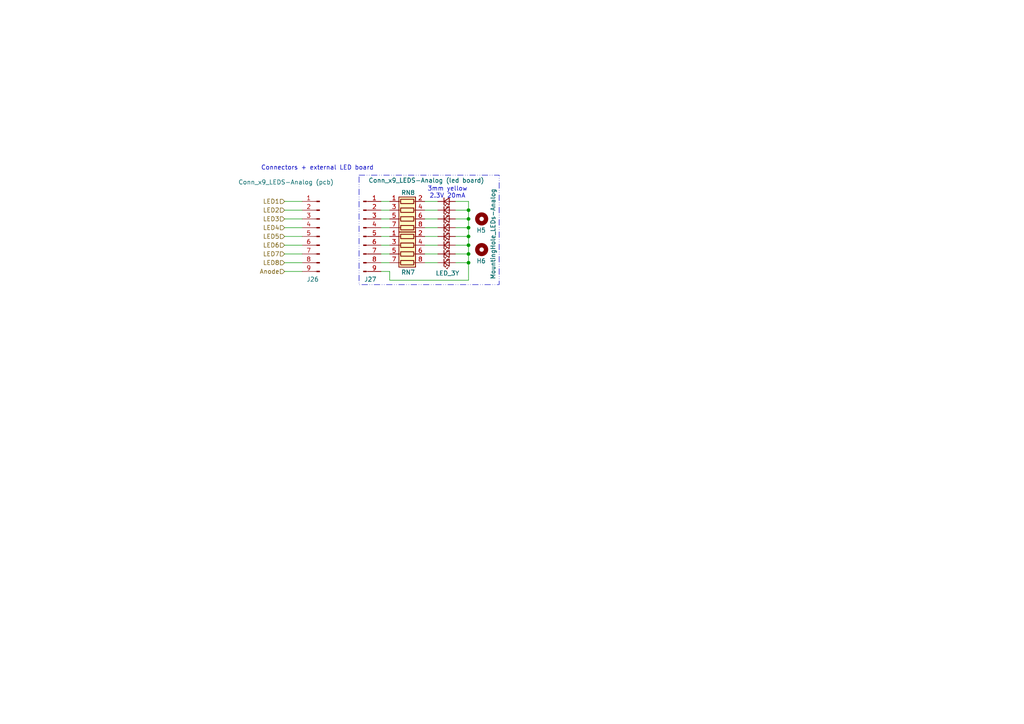
<source format=kicad_sch>
(kicad_sch (version 20231120) (generator "eeschema") (generator_version "8.0")
  (paper "A4")
  (lib_symbols
    (symbol "Connector:Conn_01x09_Pin" (pin_names (offset 1.016) hide)
      (property "Reference" "J" (at 0 12.7 0))
      (property "Value" "Conn_01x09_Pin" (at 0 -12.7 0))
      (symbol "Conn_01x09_Pin_1_1"
        (polyline (pts (xy 1.27 -10.16) (xy 0.8636 -10.16)) (stroke (width 0.1524)))
        (polyline (pts (xy 1.27 -7.62) (xy 0.8636 -7.62)) (stroke (width 0.1524)))
        (polyline (pts (xy 1.27 -5.08) (xy 0.8636 -5.08)) (stroke (width 0.1524)))
        (polyline (pts (xy 1.27 -2.54) (xy 0.8636 -2.54)) (stroke (width 0.1524)))
        (polyline (pts (xy 1.27 0) (xy 0.8636 0)) (stroke (width 0.1524)))
        (polyline (pts (xy 1.27 2.54) (xy 0.8636 2.54)) (stroke (width 0.1524)))
        (polyline (pts (xy 1.27 5.08) (xy 0.8636 5.08)) (stroke (width 0.1524)))
        (polyline (pts (xy 1.27 7.62) (xy 0.8636 7.62)) (stroke (width 0.1524)))
        (polyline (pts (xy 1.27 10.16) (xy 0.8636 10.16)) (stroke (width 0.1524)))
        (rectangle (start 0.8636 -10.033) (end 0 -10.287) (stroke (width 0.1524)) (fill (type outline)))
        (rectangle (start 0.8636 -7.493) (end 0 -7.747) (stroke (width 0.1524)) (fill (type outline)))
        (rectangle (start 0.8636 -4.953) (end 0 -5.207) (stroke (width 0.1524)) (fill (type outline)))
        (rectangle (start 0.8636 -2.413) (end 0 -2.667) (stroke (width 0.1524)) (fill (type outline)))
        (rectangle (start 0.8636 0.127) (end 0 -0.127) (stroke (width 0.1524)) (fill (type outline)))
        (rectangle (start 0.8636 2.667) (end 0 2.413) (stroke (width 0.1524)) (fill (type outline)))
        (rectangle (start 0.8636 5.207) (end 0 4.953) (stroke (width 0.1524)) (fill (type outline)))
        (rectangle (start 0.8636 7.747) (end 0 7.493) (stroke (width 0.1524)) (fill (type outline)))
        (rectangle (start 0.8636 10.287) (end 0 10.033) (stroke (width 0.1524)) (fill (type outline)))
        (pin passive line (at 5.08 10.16 180) (length 3.81) (name "Pin_1") (number "1"))
        (pin passive line (at 5.08 7.62 180) (length 3.81) (name "Pin_2") (number "2"))
        (pin passive line (at 5.08 5.08 180) (length 3.81) (name "Pin_3") (number "3"))
        (pin passive line (at 5.08 2.54 180) (length 3.81) (name "Pin_4") (number "4"))
        (pin passive line (at 5.08 0 180) (length 3.81) (name "Pin_5") (number "5"))
        (pin passive line (at 5.08 -2.54 180) (length 3.81) (name "Pin_6") (number "6"))
        (pin passive line (at 5.08 -5.08 180) (length 3.81) (name "Pin_7") (number "7"))
        (pin passive line (at 5.08 -7.62 180) (length 3.81) (name "Pin_8") (number "8"))
        (pin passive line (at 5.08 -10.16 180) (length 3.81) (name "Pin_9") (number "9"))
      )
    )
    (symbol "Device:LED_Small" (pin_numbers hide) (pin_names (offset 0.254) hide)
      (property "Reference" "D" (at -1.27 3.175 0))
      (property "Value" "LED_Small" (at -4.445 -2.54 0))
      (symbol "LED_Small_0_1"
        (polyline (pts (xy -0.762 -1.016) (xy -0.762 1.016)) (stroke (width 0.254)))
        (polyline (pts (xy 1.016 0) (xy -0.762 0)))
        (polyline (pts (xy 0.762 -1.016) (xy -0.762 0) (xy 0.762 1.016) (xy 0.762 -1.016)) (stroke (width 0.254)))
        (polyline (pts (xy 0 0.762) (xy -0.508 1.27) (xy -0.254 1.27) (xy -0.508 1.27) (xy -0.508 1.016)))
        (polyline (pts (xy 0.508 1.27) (xy 0 1.778) (xy 0.254 1.778) (xy 0 1.778) (xy 0 1.524)))
      )
      (symbol "LED_Small_1_1"
        (pin passive line (at -2.54 0 0) (length 1.778) (name "K") (number "1"))
        (pin passive line (at 2.54 0 180) (length 1.778) (name "A") (number "2"))
      )
    )
    (symbol "Mechanical:MountingHole" (pin_names (offset 1.016)) (exclude_from_sim yes) (in_bom no)
      (property "Reference" "H" (at 0 5.08 0))
      (property "Value" "MountingHole" (at 0 3.175 0))
      (symbol "MountingHole_0_1"
        (circle (center 0 0) (radius 1.27) (stroke (width 1.27)))
      )
    )
    (symbol "custom-symbols:R_Pack04-Parallel-SIL" (pin_names (offset 0) hide)
      (property "Reference" "RN" (at -7.62 0 90))
      (property "Value" "R_Pack04-Parallel-SIL" (at 5.08 0 90))
      (symbol "R_Pack04-Parallel-SIL_0_1"
        (rectangle (start -6.35 -2.413) (end 3.81 2.413) (stroke (width 0.254)) (fill (type background)))
        (rectangle (start -5.715 1.905) (end -4.445 -1.905) (stroke (width 0.254)))
        (rectangle (start -3.175 1.905) (end -1.905 -1.905) (stroke (width 0.254)))
        (rectangle (start -0.635 1.905) (end 0.635 -1.905) (stroke (width 0.254)))
        (polyline (pts (xy -5.08 -2.54) (xy -5.08 -1.905)))
        (polyline (pts (xy -5.08 1.905) (xy -5.08 2.54)))
        (polyline (pts (xy -2.54 -2.54) (xy -2.54 -1.905)))
        (polyline (pts (xy -2.54 1.905) (xy -2.54 2.54)))
        (polyline (pts (xy 0 -2.54) (xy 0 -1.905)))
        (polyline (pts (xy 0 1.905) (xy 0 2.54)))
        (polyline (pts (xy 2.54 -2.54) (xy 2.54 -1.905)))
        (polyline (pts (xy 2.54 1.905) (xy 2.54 2.54)))
        (rectangle (start 1.905 1.905) (end 3.175 -1.905) (stroke (width 0.254)))
      )
      (symbol "R_Pack04-Parallel-SIL_1_1"
        (pin passive line (at -5.08 -5.08 90) (length 2.54) (name "R1.1") (number "1"))
        (pin passive line (at -5.08 5.08 270) (length 2.54) (name "R1.2") (number "2"))
        (pin passive line (at -2.54 -5.08 90) (length 2.54) (name "R2.1") (number "3"))
        (pin passive line (at -2.54 5.08 270) (length 2.54) (name "R2.2") (number "4"))
        (pin passive line (at 0 -5.08 90) (length 2.54) (name "R3.1") (number "5"))
        (pin passive line (at 0 5.08 270) (length 2.54) (name "R3.2") (number "6"))
        (pin passive line (at 2.54 -5.08 90) (length 2.54) (name "R4.1") (number "7"))
        (pin passive line (at 2.54 5.08 270) (length 2.54) (name "R4.2") (number "8"))
      )
    )
  )
  (junction (at 135.89 60.96))
  (junction (at 135.89 63.5))
  (junction (at 135.89 71.12))
  (junction (at 135.89 66.04))
  (junction (at 135.89 73.66))
  (junction (at 135.89 76.2))
  (junction (at 135.89 68.58))
  (wire (pts (xy 135.89 58.42) (xy 132.08 58.42)))
  (wire (pts (xy 110.49 68.58) (xy 113.03 68.58)))
  (wire (pts (xy 123.19 66.04) (xy 127 66.04)))
  (wire (pts (xy 82.55 68.58) (xy 87.63 68.58)))
  (wire (pts (xy 135.89 76.2) (xy 135.89 73.66)))
  (wire (pts (xy 82.55 78.74) (xy 87.63 78.74)))
  (wire (pts (xy 113.03 81.28) (xy 113.03 78.74)))
  (wire (pts (xy 135.89 76.2) (xy 135.89 81.28)))
  (wire (pts (xy 82.55 71.12) (xy 87.63 71.12)))
  (wire (pts (xy 135.89 81.28) (xy 113.03 81.28)))
  (wire (pts (xy 82.55 63.5) (xy 87.63 63.5)))
  (wire (pts (xy 135.89 66.04) (xy 135.89 63.5)))
  (wire (pts (xy 135.89 63.5) (xy 135.89 60.96)))
  (wire (pts (xy 123.19 63.5) (xy 127 63.5)))
  (wire (pts (xy 110.49 60.96) (xy 113.03 60.96)))
  (wire (pts (xy 113.03 78.74) (xy 110.49 78.74)))
  (wire (pts (xy 132.08 63.5) (xy 135.89 63.5)))
  (wire (pts (xy 135.89 73.66) (xy 135.89 71.12)))
  (wire (pts (xy 110.49 58.42) (xy 113.03 58.42)))
  (wire (pts (xy 132.08 66.04) (xy 135.89 66.04)))
  (wire (pts (xy 123.19 68.58) (xy 127 68.58)))
  (wire (pts (xy 110.49 66.04) (xy 113.03 66.04)))
  (wire (pts (xy 82.55 66.04) (xy 87.63 66.04)))
  (wire (pts (xy 135.89 60.96) (xy 135.89 58.42)))
  (wire (pts (xy 110.49 73.66) (xy 113.03 73.66)))
  (wire (pts (xy 110.49 63.5) (xy 113.03 63.5)))
  (wire (pts (xy 132.08 76.2) (xy 135.89 76.2)))
  (wire (pts (xy 123.19 58.42) (xy 127 58.42)))
  (wire (pts (xy 135.89 71.12) (xy 135.89 68.58)))
  (wire (pts (xy 82.55 76.2) (xy 87.63 76.2)))
  (wire (pts (xy 110.49 71.12) (xy 113.03 71.12)))
  (wire (pts (xy 123.19 73.66) (xy 127 73.66)))
  (wire (pts (xy 132.08 71.12) (xy 135.89 71.12)))
  (wire (pts (xy 82.55 73.66) (xy 87.63 73.66)))
  (wire (pts (xy 123.19 71.12) (xy 127 71.12)))
  (wire (pts (xy 123.19 60.96) (xy 127 60.96)))
  (wire (pts (xy 132.08 60.96) (xy 135.89 60.96)))
  (wire (pts (xy 123.19 76.2) (xy 127 76.2)))
  (wire (pts (xy 132.08 68.58) (xy 135.89 68.58)))
  (wire (pts (xy 135.89 68.58) (xy 135.89 66.04)))
  (wire (pts (xy 82.55 58.42) (xy 87.63 58.42)))
  (wire (pts (xy 132.08 73.66) (xy 135.89 73.66)))
  (wire (pts (xy 82.55 60.96) (xy 87.63 60.96)))
  (wire (pts (xy 110.49 76.2) (xy 113.03 76.2)))
  (rectangle (start 104.14 50.8) (end 144.78 82.55) (stroke (width 0) (type dash_dot_dot)))
  (text "3mm yellow\n2.3V 20mA" (at 129.794 55.88 0) (effects (font (size 1.27 1.27))))
  (text "Connectors + external LED board" (at 75.692 48.768 0) (effects (font (size 1.27 1.27)) (justify left)))
  (hierarchical_label "LED5" (shape input) (at 82.55 68.58 180))
  (hierarchical_label "LED2" (shape input) (at 82.55 60.96 180))
  (hierarchical_label "LED3" (shape input) (at 82.55 63.5 180))
  (hierarchical_label "Anode" (shape input) (at 82.55 78.74 180))
  (hierarchical_label "LED4" (shape input) (at 82.55 66.04 180))
  (hierarchical_label "LED8" (shape input) (at 82.55 76.2 180))
  (hierarchical_label "LED6" (shape input) (at 82.55 71.12 180))
  (hierarchical_label "LED7" (shape input) (at 82.55 73.66 180))
  (hierarchical_label "LED1" (shape input) (at 82.55 58.42 180))
  (symbol (lib_id "Device:LED_Small") (at 129.54 68.58 0) (mirror x) (unit 1)
    (property "Reference" "D86" (effects (hide yes)))
    (property "Value" "LED_3Y" (effects (hide yes)))
    (property "Footprint" "LED_THT:LED_D3.0mm_IRGrey" (effects (hide yes)))
    (property "Description" "Light emitting diode, small symbol" (effects (hide yes)))
    (instances (project "pi-interface-board_v1.0" (path "" (reference "D86") (unit 1)) (path "" (reference "D41") (unit 1))))
  )
  (symbol (lib_id "custom-symbols:R_Pack04-Parallel-SIL") (at 118.11 73.66 270) (unit 1)
    (property "Reference" "RN8" (at 118.364 55.88 90))
    (property "Value" "R_Pack04_47R" (effects (hide yes)))
    (property "Footprint" "Resistor_THT:R_Array_SIP8" (effects (hide yes)))
    (property "Description" "4 resistor network, parallel topology" (effects (hide yes)))
    (instances (project "pi-interface-board_v1.0" (path "" (reference "RN8") (unit 1)) (path "" (reference "RN4") (unit 1))))
  )
  (symbol (lib_id "Device:LED_Small") (at 129.54 76.2 0) (mirror x) (unit 1)
    (property "Reference" "D89" (effects (hide yes)))
    (property "Value" "LED_3Y" (at 129.794 79.248 0))
    (property "Footprint" "LED_THT:LED_D3.0mm_IRGrey" (effects (hide yes)))
    (property "Description" "Light emitting diode, small symbol" (effects (hide yes)))
    (instances (project "pi-interface-board_v1.0" (path "" (reference "D89") (unit 1)) (path "" (reference "D44") (unit 1))))
  )
  (symbol (lib_id "Mechanical:MountingHole") (at 139.7 63.5 0) (unit 1) (exclude_from_sim yes) (in_bom no)
    (property "Reference" "H5" (at 138.176 66.802 0) (effects (justify left)))
    (property "Value" "MountingHole_LEDs-Analog" (at 143.002 81.026 90) (effects (justify left)))
    (property "Footprint" "MountingHole:MountingHole_2mm" (effects (hide yes)))
    (property "Description" "Mounting Hole without connection" (effects (hide yes)))
    (instances (project "pi-interface-board_v1.0" (path "" (reference "H5") (unit 1)) (path "" (reference "H1") (unit 1))))
  )
  (symbol (lib_id "Device:LED_Small") (at 129.54 58.42 0) (mirror x) (unit 1)
    (property "Reference" "D82" (effects (hide yes)))
    (property "Value" "LED_3Y" (effects (hide yes)))
    (property "Footprint" "LED_THT:LED_D3.0mm_IRGrey" (effects (hide yes)))
    (property "Description" "Light emitting diode, small symbol" (effects (hide yes)))
    (instances (project "pi-interface-board_v1.0" (path "" (reference "D82") (unit 1)) (path "" (reference "D20") (unit 1))))
  )
  (symbol (lib_id "Device:LED_Small") (at 129.54 71.12 0) (mirror x) (unit 1)
    (property "Reference" "D87" (effects (hide yes)))
    (property "Value" "LED_3Y" (effects (hide yes)))
    (property "Footprint" "LED_THT:LED_D3.0mm_IRGrey" (effects (hide yes)))
    (property "Description" "Light emitting diode, small symbol" (effects (hide yes)))
    (instances (project "pi-interface-board_v1.0" (path "" (reference "D87") (unit 1)) (path "" (reference "D42") (unit 1))))
  )
  (symbol (lib_id "Mechanical:MountingHole") (at 139.7 72.39 0) (unit 1) (exclude_from_sim yes) (in_bom no)
    (property "Reference" "H6" (at 138.176 75.692 0) (effects (justify left)))
    (property "Value" "MountingHole_LEDs-Analog" (effects (hide yes)))
    (property "Footprint" "MountingHole:MountingHole_2mm" (effects (hide yes)))
    (property "Description" "Mounting Hole without connection" (effects (hide yes)))
    (instances (project "pi-interface-board_v1.0" (path "" (reference "H6") (unit 1)) (path "" (reference "H2") (unit 1))))
  )
  (symbol (lib_id "Device:LED_Small") (at 129.54 73.66 0) (mirror x) (unit 1)
    (property "Reference" "D88" (effects (hide yes)))
    (property "Value" "LED_3Y" (effects (hide yes)))
    (property "Footprint" "LED_THT:LED_D3.0mm_IRGrey" (effects (hide yes)))
    (property "Description" "Light emitting diode, small symbol" (effects (hide yes)))
    (instances (project "pi-interface-board_v1.0" (path "" (reference "D88") (unit 1)) (path "" (reference "D43") (unit 1))))
  )
  (symbol (lib_id "Device:LED_Small") (at 129.54 63.5 0) (mirror x) (unit 1)
    (property "Reference" "D84" (effects (hide yes)))
    (property "Value" "LED_3Y" (effects (hide yes)))
    (property "Footprint" "LED_THT:LED_D3.0mm_IRGrey" (effects (hide yes)))
    (property "Description" "Light emitting diode, small symbol" (effects (hide yes)))
    (instances (project "pi-interface-board_v1.0" (path "" (reference "D84") (unit 1)) (path "" (reference "D37") (unit 1))))
  )
  (symbol (lib_id "custom-symbols:R_Pack04-Parallel-SIL") (at 118.11 63.5 270) (unit 1)
    (property "Reference" "RN7" (at 118.364 78.994 90))
    (property "Value" "R_Pack04_47R" (effects (hide yes)))
    (property "Footprint" "Resistor_THT:R_Array_SIP8" (effects (hide yes)))
    (property "Description" "4 resistor network, parallel topology" (effects (hide yes)))
    (instances (project "pi-interface-board_v1.0" (path "" (reference "RN7") (unit 1)) (path "" (reference "RN1") (unit 1))))
  )
  (symbol (lib_id "Device:LED_Small") (at 129.54 60.96 0) (mirror x) (unit 1)
    (property "Reference" "D83" (effects (hide yes)))
    (property "Value" "LED_3Y" (effects (hide yes)))
    (property "Footprint" "LED_THT:LED_D3.0mm_IRGrey" (effects (hide yes)))
    (property "Description" "Light emitting diode, small symbol" (effects (hide yes)))
    (instances (project "pi-interface-board_v1.0" (path "" (reference "D83") (unit 1)) (path "" (reference "D30") (unit 1))))
  )
  (symbol (lib_id "Connector:Conn_01x09_Pin") (at 105.41 68.58 0) (unit 1)
    (property "Reference" "J27" (at 109.22 81.026 0) (effects (justify right)))
    (property "Value" "Conn_x9_LEDS-Analog (led board)" (at 140.462 52.324 0) (effects (justify right)))
    (property "Footprint" "Connector_PinHeader_2.54mm:PinHeader_1x09_P2.54mm_Vertical" (effects (hide yes)))
    (property "Description" "Generic connector, single row, 01x09, script generated" (effects (hide yes)))
    (instances (project "pi-interface-board_v1.0" (path "" (reference "J27") (unit 1)) (path "" (reference "J23") (unit 1))))
  )
  (symbol (lib_id "Connector:Conn_01x09_Pin") (at 92.71 68.58 0) (mirror y) (unit 1)
    (property "Reference" "J26" (at 88.9 81.026 0) (effects (justify right)))
    (property "Value" "Conn_x9_LEDS-Analog (pcb)" (at 69.088 52.832 0) (effects (justify right)))
    (property "Footprint" "Connector_JST:JST_PH_B9B-PH-K_1x09_P2.00mm_Vertical" (effects (hide yes)))
    (property "Description" "Generic connector, single row, 01x09, script generated" (effects (hide yes)))
    (instances (project "pi-interface-board_v1.0" (path "" (reference "J26") (unit 1)) (path "" (reference "J22") (unit 1))))
  )
  (symbol (lib_id "Device:LED_Small") (at 129.54 66.04 0) (mirror x) (unit 1)
    (property "Reference" "D85" (effects (hide yes)))
    (property "Value" "LED_3Y" (effects (hide yes)))
    (property "Footprint" "LED_THT:LED_D3.0mm_IRGrey" (effects (hide yes)))
    (property "Description" "Light emitting diode, small symbol" (effects (hide yes)))
    (instances (project "pi-interface-board_v1.0" (path "" (reference "D85") (unit 1)) (path "" (reference "D40") (unit 1))))
  )
)
</source>
